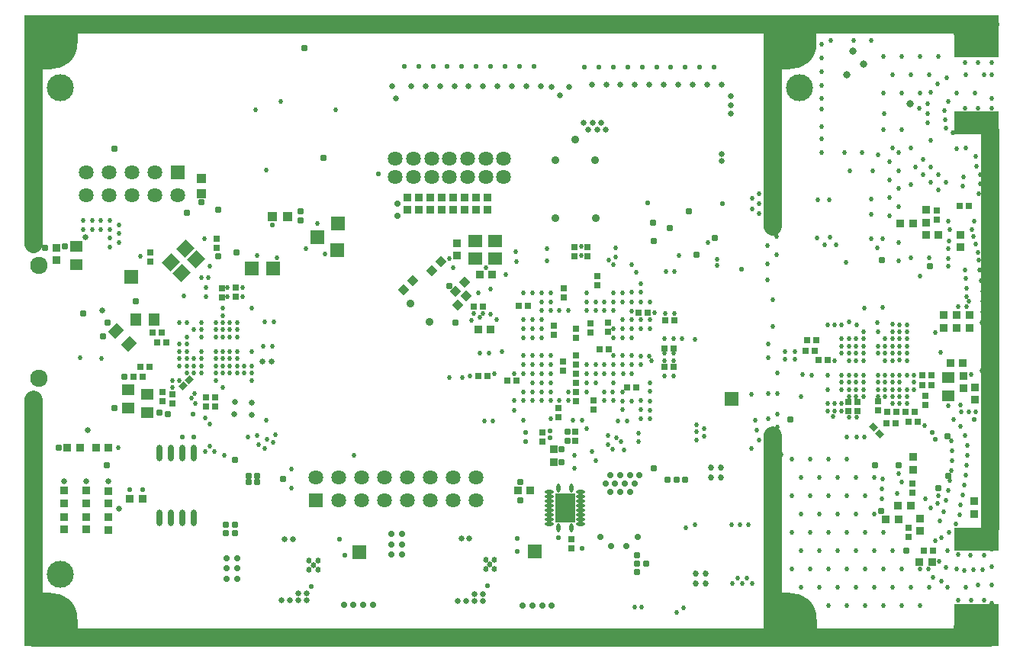
<source format=gbs>
G04 Layer_Color=16711935*
%FSAX44Y44*%
%MOMM*%
G71*
G01*
G75*
%ADD119C,0.7366*%
%ADD147C,2.0000*%
%ADD149C,3.0000*%
%ADD150R,0.8890X0.8890*%
%ADD156R,1.3970X1.1430*%
%ADD157R,0.8890X0.8890*%
%ADD161R,0.6350X0.7620*%
%ADD163R,0.7620X0.6350*%
%ADD191P,1.2572X4X270.0*%
G04:AMPARAMS|DCode=198|XSize=0.762mm|YSize=0.635mm|CornerRadius=0mm|HoleSize=0mm|Usage=FLASHONLY|Rotation=135.000|XOffset=0mm|YOffset=0mm|HoleType=Round|Shape=Rectangle|*
%AMROTATEDRECTD198*
4,1,4,0.4939,-0.0449,0.0449,-0.4939,-0.4939,0.0449,-0.0449,0.4939,0.4939,-0.0449,0.0*
%
%ADD198ROTATEDRECTD198*%

%ADD211R,1.6270X1.6270*%
%ADD218R,4.9530X2.5400*%
%ADD219C,0.1270*%
%ADD220R,1.6270X1.6270*%
%ADD221C,1.6270*%
%ADD222C,1.9270*%
%ADD223C,5.8420*%
%ADD224R,1.0270X1.0770*%
%ADD225R,1.5270X1.3270*%
G04:AMPARAMS|DCode=226|XSize=1.143mm|YSize=1.397mm|CornerRadius=0mm|HoleSize=0mm|Usage=FLASHONLY|Rotation=315.000|XOffset=0mm|YOffset=0mm|HoleType=Round|Shape=Rectangle|*
%AMROTATEDRECTD226*
4,1,4,-0.8980,-0.0898,0.0898,0.8980,0.8980,0.0898,-0.0898,-0.8980,-0.8980,-0.0898,0.0*
%
%ADD226ROTATEDRECTD226*%

%ADD227R,1.1430X1.3970*%
G04:AMPARAMS|DCode=228|XSize=0.762mm|YSize=0.635mm|CornerRadius=0mm|HoleSize=0mm|Usage=FLASHONLY|Rotation=225.000|XOffset=0mm|YOffset=0mm|HoleType=Round|Shape=Rectangle|*
%AMROTATEDRECTD228*
4,1,4,0.0449,0.4939,0.4939,0.0449,-0.0449,-0.4939,-0.4939,-0.0449,0.0449,0.4939,0.0*
%
%ADD228ROTATEDRECTD228*%

G04:AMPARAMS|DCode=229|XSize=1.327mm|YSize=1.527mm|CornerRadius=0mm|HoleSize=0mm|Usage=FLASHONLY|Rotation=135.000|XOffset=0mm|YOffset=0mm|HoleType=Round|Shape=Rectangle|*
%AMROTATEDRECTD229*
4,1,4,1.0090,0.0707,-0.0707,-1.0090,-1.0090,-0.0707,0.0707,1.0090,1.0090,0.0707,0.0*
%
%ADD229ROTATEDRECTD229*%

%ADD230R,1.0770X1.0270*%
%ADD231R,2.1770X3.1770*%
%ADD232O,0.9770X0.4270*%
%ADD233O,0.4270X0.9770*%
%ADD234O,0.7270X1.8270*%
%ADD235C,0.5271*%
%ADD236C,0.7874*%
%ADD237C,0.6350*%
%ADD238C,0.5842*%
%ADD239C,0.8382*%
%ADD240C,0.6270*%
%ADD241C,0.5334*%
%ADD242C,0.8890*%
%ADD243C,0.6858*%
G36*
X01591223Y01710648D02*
X01541473D01*
Y01732148D01*
X01591223D01*
Y01710648D01*
D02*
G37*
G36*
X01389223Y01702148D02*
X01359723Y01672648D01*
X01330473D01*
Y01732148D01*
X01389223D01*
Y01702148D01*
D02*
G37*
G36*
X00569473D02*
X00539973Y01672648D01*
X00509973D01*
Y01732148D01*
X00569473D01*
Y01702148D01*
D02*
G37*
G36*
X01591223Y01032148D02*
X01541473D01*
Y01055398D01*
X01591223D01*
Y01032148D01*
D02*
G37*
G36*
X01389473Y01062148D02*
Y01032148D01*
X01330723D01*
Y01091648D01*
X01359973D01*
X01389473Y01062148D01*
D02*
G37*
G36*
X00569473D02*
Y01032148D01*
X00509973D01*
Y01091648D01*
X00539973D01*
X00569473Y01062148D01*
D02*
G37*
D119*
X01149604Y01153580D02*
D03*
X01191006D02*
D03*
X01177925Y01143547D02*
D03*
X01161415D02*
D03*
X00746125Y01129831D02*
D03*
X00734441D02*
D03*
Y01118465D02*
D03*
X00746125D02*
D03*
X00745871Y01107098D02*
D03*
X00734441D02*
D03*
X00917321Y01133768D02*
D03*
X00928751D02*
D03*
X00929005Y01145135D02*
D03*
X00917321D02*
D03*
Y01156501D02*
D03*
X00929005D02*
D03*
X01160187Y01221652D02*
D03*
X01181862D02*
D03*
X01171025D02*
D03*
X01165648Y01212762D02*
D03*
X01187323D02*
D03*
X01176486D02*
D03*
X01154811D02*
D03*
X01160187Y01203491D02*
D03*
X01181862D02*
D03*
X01171025D02*
D03*
X01062842Y01077380D02*
D03*
X01084516D02*
D03*
X01095354D02*
D03*
X01073679D02*
D03*
X00875326Y01077761D02*
D03*
X00897001D02*
D03*
X00886163D02*
D03*
X00864489D02*
D03*
X00924306Y01509688D02*
D03*
Y01523150D02*
D03*
X01192723Y01221648D02*
D03*
D147*
X01581573Y01162648D02*
Y01604398D01*
X01340606Y01497898D02*
Y01722148D01*
Y01042148D02*
Y01266398D01*
X01340739Y01722265D02*
X01581785D01*
X00519973D02*
X01340739D01*
X00519973Y01478898D02*
Y01722265D01*
Y01042074D02*
X01581223D01*
X00519973D02*
Y01305898D01*
D149*
X01369973Y01652148D02*
D03*
X00549973Y01112148D02*
D03*
Y01652148D02*
D03*
D150*
X01510411Y01489114D02*
D03*
X01524381D02*
D03*
X01482090Y01501687D02*
D03*
X01496060D02*
D03*
X01517523Y01125513D02*
D03*
X01503553D02*
D03*
X01493622Y01188390D02*
D03*
X01479652D02*
D03*
X01466139Y01172892D02*
D03*
X01480109D02*
D03*
X01551500Y01346500D02*
D03*
X01537530D02*
D03*
X00571500Y01252220D02*
D03*
X00557530D02*
D03*
X00603250D02*
D03*
X00589280D02*
D03*
X01027600Y01384050D02*
D03*
X01013630D02*
D03*
X01015294Y01444853D02*
D03*
X01029264D02*
D03*
X01071693Y01204648D02*
D03*
X01057723D02*
D03*
X00627253Y01195648D02*
D03*
X00641223D02*
D03*
D156*
X01535750Y01330030D02*
D03*
Y01309710D02*
D03*
X00567180Y01455560D02*
D03*
Y01475880D02*
D03*
X00646684Y01311656D02*
D03*
Y01291336D02*
D03*
X00624840Y01316990D02*
D03*
Y01296670D02*
D03*
D157*
X01504188Y01173900D02*
D03*
Y01159930D02*
D03*
X01496695Y01242099D02*
D03*
Y01228129D02*
D03*
X01564005Y01193204D02*
D03*
Y01179234D02*
D03*
X00947801Y01516292D02*
D03*
Y01530262D02*
D03*
X00935101Y01516292D02*
D03*
Y01530262D02*
D03*
X01510538Y01502449D02*
D03*
Y01516419D02*
D03*
X01549273Y01474763D02*
D03*
Y01488733D02*
D03*
X01558750Y01385500D02*
D03*
Y01399470D02*
D03*
X01544750Y01385500D02*
D03*
Y01399470D02*
D03*
X01530500Y01385500D02*
D03*
Y01399470D02*
D03*
X01564973Y01319648D02*
D03*
Y01305678D02*
D03*
X01552250Y01332250D02*
D03*
Y01318280D02*
D03*
X00990132Y01479599D02*
D03*
X00990132Y01465629D02*
D03*
X00554176Y01161506D02*
D03*
Y01175476D02*
D03*
X00578696Y01190716D02*
D03*
Y01204686D02*
D03*
X00603466Y01190466D02*
D03*
Y01204436D02*
D03*
X00554176Y01190716D02*
D03*
Y01204686D02*
D03*
X00578696Y01161506D02*
D03*
Y01175476D02*
D03*
X00545180Y01474340D02*
D03*
Y01460370D02*
D03*
X00603466Y01161256D02*
D03*
Y01175226D02*
D03*
X01011301Y01516292D02*
D03*
Y01530262D02*
D03*
X00985901Y01516292D02*
D03*
Y01530262D02*
D03*
X00960501Y01516292D02*
D03*
Y01530262D02*
D03*
X00973201Y01516292D02*
D03*
Y01530262D02*
D03*
X00998601Y01516292D02*
D03*
Y01530262D02*
D03*
X01024001Y01516292D02*
D03*
Y01530262D02*
D03*
X01097382Y01250549D02*
D03*
Y01236579D02*
D03*
D161*
X01107992Y01338128D02*
D03*
Y01348288D02*
D03*
X01522832Y01515567D02*
D03*
Y01505407D02*
D03*
X01491234Y01163867D02*
D03*
Y01153707D02*
D03*
X01495806Y01213016D02*
D03*
Y01202856D02*
D03*
X01457070Y01303716D02*
D03*
Y01293556D02*
D03*
X01434732Y01302933D02*
D03*
Y01292773D02*
D03*
X01424216Y01302933D02*
D03*
Y01292773D02*
D03*
X01102412Y01286379D02*
D03*
Y01296539D02*
D03*
X01141500Y01295090D02*
D03*
Y01305250D02*
D03*
X01145912Y01442949D02*
D03*
Y01432789D02*
D03*
X01157892Y01380752D02*
D03*
Y01390912D02*
D03*
X01137842Y01380648D02*
D03*
Y01390808D02*
D03*
X01108900Y01429711D02*
D03*
Y01419551D02*
D03*
X01097992Y01378128D02*
D03*
Y01388288D02*
D03*
X00674370Y01311910D02*
D03*
Y01301750D02*
D03*
X00711200Y01308608D02*
D03*
Y01298448D02*
D03*
X00721360Y01308608D02*
D03*
Y01298448D02*
D03*
X00744220Y01419860D02*
D03*
Y01430020D02*
D03*
X00728980Y01419606D02*
D03*
Y01429766D02*
D03*
X00649732Y01458976D02*
D03*
Y01469136D02*
D03*
X00723392Y01473962D02*
D03*
Y01484122D02*
D03*
X00662940Y01314450D02*
D03*
Y01304290D02*
D03*
X01122281Y01345010D02*
D03*
Y01355170D02*
D03*
Y01324510D02*
D03*
Y01334670D02*
D03*
Y01303760D02*
D03*
Y01313920D02*
D03*
Y01374760D02*
D03*
Y01384920D02*
D03*
X01121432Y01259739D02*
D03*
Y01269899D02*
D03*
X01084582Y01259439D02*
D03*
Y01269599D02*
D03*
X01120700Y01475310D02*
D03*
Y01465150D02*
D03*
X01135050Y01475310D02*
D03*
Y01465150D02*
D03*
X01509716Y01299933D02*
D03*
X01509716Y01310093D02*
D03*
X01117473Y01140648D02*
D03*
Y01150808D02*
D03*
D163*
X01557782Y01520991D02*
D03*
X01547622D02*
D03*
X01507840Y01138000D02*
D03*
X01518000D02*
D03*
X01189071Y01319539D02*
D03*
X01178911D02*
D03*
X01488216Y01292683D02*
D03*
X01498376D02*
D03*
X01476494Y01279536D02*
D03*
X01466334D02*
D03*
X01477466Y01292683D02*
D03*
X01467306D02*
D03*
X01506716Y01322183D02*
D03*
X01516876D02*
D03*
X01386965Y01360358D02*
D03*
X01376806D02*
D03*
X01491216Y01280933D02*
D03*
X01501376D02*
D03*
X01388616Y01372169D02*
D03*
X01378457D02*
D03*
X01202072Y01402039D02*
D03*
X01191912D02*
D03*
X01008790Y01408950D02*
D03*
X01018950D02*
D03*
X00662430Y01380090D02*
D03*
X00652270D02*
D03*
X00667430Y01369090D02*
D03*
X00657270D02*
D03*
X00648970Y01342390D02*
D03*
X00638810D02*
D03*
X00641350Y01330960D02*
D03*
X00631190D02*
D03*
X01158822Y01361789D02*
D03*
X01148662D02*
D03*
X01045752Y01326789D02*
D03*
X01055912D02*
D03*
X01058752Y01409539D02*
D03*
X01068912D02*
D03*
X01013990Y01332000D02*
D03*
X01024150D02*
D03*
X01230360Y01362700D02*
D03*
X01220200D02*
D03*
X01230560Y01342200D02*
D03*
X01220400D02*
D03*
X01231042Y01393999D02*
D03*
X01220882D02*
D03*
X01516716Y01333183D02*
D03*
X01506556Y01333183D02*
D03*
X01401443Y01350071D02*
D03*
X01391284D02*
D03*
D191*
X00930922Y01428122D02*
D03*
X00940800Y01438000D02*
D03*
X00962350Y01449000D02*
D03*
X00972228Y01458878D02*
D03*
X00990742Y01411066D02*
D03*
X01000620Y01420944D02*
D03*
X00988688Y01426058D02*
D03*
X00998566Y01435936D02*
D03*
D198*
X01459174Y01267957D02*
D03*
X01451989Y01275141D02*
D03*
D211*
X01076515Y01137705D02*
D03*
X00881316Y01136308D02*
D03*
X00857500Y01471450D02*
D03*
X00835350Y01486350D02*
D03*
X00857650Y01501100D02*
D03*
X00786250Y01451750D02*
D03*
X00762500D02*
D03*
X00628904Y01442212D02*
D03*
D218*
X01566483Y01065943D02*
D03*
Y01151017D02*
D03*
Y01613185D02*
D03*
Y01698260D02*
D03*
D219*
X01308151Y01689391D02*
D03*
X00906831Y01689604D02*
D03*
D220*
X01294892Y01306742D02*
D03*
X00833628Y01193800D02*
D03*
X00679958Y01558544D02*
D03*
D221*
X00833628Y01219200D02*
D03*
X00859028Y01193800D02*
D03*
Y01219200D02*
D03*
X00884428Y01193800D02*
D03*
Y01219200D02*
D03*
X00909828Y01193800D02*
D03*
Y01219200D02*
D03*
X00935228Y01193800D02*
D03*
Y01219200D02*
D03*
X00960628Y01193800D02*
D03*
Y01219200D02*
D03*
X00986028Y01193800D02*
D03*
Y01219200D02*
D03*
X01011428Y01193800D02*
D03*
Y01219200D02*
D03*
X00578358Y01533144D02*
D03*
Y01558544D02*
D03*
X00603758Y01533144D02*
D03*
Y01558544D02*
D03*
X00629158Y01533144D02*
D03*
Y01558544D02*
D03*
X00654558Y01533144D02*
D03*
Y01558544D02*
D03*
X00679958Y01533144D02*
D03*
X00921871Y01553464D02*
D03*
Y01573464D02*
D03*
X00941871Y01553464D02*
D03*
X00941871Y01573464D02*
D03*
X00961871Y01553464D02*
D03*
X00961871Y01573464D02*
D03*
X00981871Y01553464D02*
D03*
Y01573464D02*
D03*
X01001871Y01553464D02*
D03*
Y01573464D02*
D03*
X01021871Y01553464D02*
D03*
Y01573464D02*
D03*
X01041871Y01553464D02*
D03*
Y01573464D02*
D03*
D222*
X00526208Y01455024D02*
D03*
Y01329524D02*
D03*
D223*
X01359973Y01062148D02*
D03*
X00539973Y01702148D02*
D03*
Y01062148D02*
D03*
X01359973Y01702148D02*
D03*
D224*
X00706120Y01534800D02*
D03*
Y01551300D02*
D03*
D225*
X01010612Y01481840D02*
D03*
X01032612Y01481840D02*
D03*
Y01462839D02*
D03*
X01010612Y01462839D02*
D03*
D226*
X00626002Y01367768D02*
D03*
X00611634Y01382136D02*
D03*
D227*
X00653710Y01394590D02*
D03*
X00633390D02*
D03*
D228*
X00692930Y01328148D02*
D03*
X00685746Y01320964D02*
D03*
D229*
X00684805Y01446131D02*
D03*
X00700361Y01461687D02*
D03*
X00672784Y01458152D02*
D03*
X00688340Y01473708D02*
D03*
D230*
X00785223Y01508648D02*
D03*
X00801723D02*
D03*
D231*
X01109973Y01185648D02*
D03*
D232*
X01092723Y01203148D02*
D03*
Y01198148D02*
D03*
Y01193148D02*
D03*
Y01188148D02*
D03*
X01127223D02*
D03*
Y01193148D02*
D03*
Y01198148D02*
D03*
Y01203148D02*
D03*
X01092723Y01168148D02*
D03*
Y01173148D02*
D03*
Y01178148D02*
D03*
Y01183148D02*
D03*
X01127223Y01168148D02*
D03*
Y01173148D02*
D03*
Y01178148D02*
D03*
Y01183148D02*
D03*
D233*
X01102465Y01163398D02*
D03*
X01117465D02*
D03*
X01117467Y01207898D02*
D03*
X01102467D02*
D03*
D234*
X00660173Y01246398D02*
D03*
X00672873D02*
D03*
X00685573D02*
D03*
X00698273D02*
D03*
X00660173Y01174898D02*
D03*
X00672873D02*
D03*
X00685573D02*
D03*
X00698273D02*
D03*
D235*
X01544320Y01117600D02*
D03*
X01554480Y01097280D02*
D03*
X01524000Y01198880D02*
D03*
X01534160Y01137920D02*
D03*
Y01097280D02*
D03*
X01503680Y01117600D02*
D03*
X01513840Y01097280D02*
D03*
X01503680Y01076960D02*
D03*
X01483360Y01117600D02*
D03*
X01493520Y01097280D02*
D03*
X01483360Y01076960D02*
D03*
X01463040Y01158240D02*
D03*
X01473200Y01137920D02*
D03*
X01463040Y01117600D02*
D03*
X01473200Y01097280D02*
D03*
X01463040Y01076960D02*
D03*
X01452880Y01219200D02*
D03*
X01442720Y01198880D02*
D03*
X01452880Y01178560D02*
D03*
X01442720Y01158240D02*
D03*
X01452880Y01137920D02*
D03*
X01442720Y01117600D02*
D03*
X01452880Y01097280D02*
D03*
X01442720Y01076960D02*
D03*
X01422400Y01239520D02*
D03*
X01432560Y01219200D02*
D03*
X01422400Y01198880D02*
D03*
X01432560Y01178560D02*
D03*
X01422400Y01158240D02*
D03*
X01432560Y01137920D02*
D03*
X01422400Y01117600D02*
D03*
X01432560Y01097280D02*
D03*
X01422400Y01076960D02*
D03*
X01402080Y01239520D02*
D03*
X01412240Y01219200D02*
D03*
X01402080Y01198880D02*
D03*
X01412240Y01178560D02*
D03*
X01402080Y01158240D02*
D03*
X01412240Y01137920D02*
D03*
X01402080Y01117600D02*
D03*
X01412240Y01097280D02*
D03*
X01402080Y01076960D02*
D03*
X01381760Y01239520D02*
D03*
X01391920Y01219200D02*
D03*
X01381760Y01198880D02*
D03*
X01391920Y01178560D02*
D03*
X01381760Y01158240D02*
D03*
X01391920Y01137920D02*
D03*
X01381760Y01117600D02*
D03*
X01391920Y01097280D02*
D03*
X01361440Y01239520D02*
D03*
X01371600Y01219200D02*
D03*
X01361440Y01198880D02*
D03*
X01371600Y01178560D02*
D03*
X01361440Y01158240D02*
D03*
X01371600Y01137920D02*
D03*
X01361440Y01117600D02*
D03*
X01371600Y01097280D02*
D03*
X01545946Y01133546D02*
D03*
X01560196Y01133296D02*
D03*
X01560696Y01082796D02*
D03*
X01546196Y01083046D02*
D03*
X01575196Y01082796D02*
D03*
X01575223Y01133398D02*
D03*
X01524223Y01555369D02*
D03*
X01558244Y01414770D02*
D03*
X01572834Y01391549D02*
D03*
X01573756Y01403133D02*
D03*
Y01414754D02*
D03*
X01573144Y01426358D02*
D03*
X01572042Y01437926D02*
D03*
X01570335Y01449420D02*
D03*
X01569311Y01460996D02*
D03*
X01513208Y01117695D02*
D03*
X01518324Y01108697D02*
D03*
X01527597Y01104099D02*
D03*
X01568513Y01099707D02*
D03*
X01573593Y01117283D02*
D03*
X01563248Y01116954D02*
D03*
X01552908Y01116489D02*
D03*
X01532876Y01119956D02*
D03*
X01525013Y01126686D02*
D03*
X01574800Y01666240D02*
D03*
X01564640Y01645920D02*
D03*
X01574800Y01584960D02*
D03*
Y01503680D02*
D03*
Y01463040D02*
D03*
X01554480Y01666240D02*
D03*
X01544320Y01645920D02*
D03*
X01554480Y01584960D02*
D03*
X01524000Y01686560D02*
D03*
X01503680D02*
D03*
X01513840Y01666240D02*
D03*
X01503680Y01645920D02*
D03*
X01513840Y01463040D02*
D03*
X01503680Y01442720D02*
D03*
X01483360Y01686560D02*
D03*
X01493520Y01666240D02*
D03*
X01483360Y01645920D02*
D03*
Y01605280D02*
D03*
X01493520Y01584960D02*
D03*
Y01544320D02*
D03*
Y01463040D02*
D03*
X01463040Y01686560D02*
D03*
X01473200Y01666240D02*
D03*
X01463040Y01645920D02*
D03*
Y01605280D02*
D03*
X01473200Y01584960D02*
D03*
X01579723Y01716898D02*
D03*
X01564723Y01723648D02*
D03*
X01544723D02*
D03*
X01524723D02*
D03*
X01504723D02*
D03*
X01484723D02*
D03*
X01464723D02*
D03*
X01444723D02*
D03*
X01424723D02*
D03*
X01404723D02*
D03*
X01384723D02*
D03*
X01340473Y01416648D02*
D03*
X01344473Y01466648D02*
D03*
X01334973Y01456648D02*
D03*
Y01439148D02*
D03*
Y01476648D02*
D03*
Y01496648D02*
D03*
Y01516648D02*
D03*
Y01536648D02*
D03*
Y01556648D02*
D03*
Y01576648D02*
D03*
Y01596648D02*
D03*
Y01616648D02*
D03*
Y01636648D02*
D03*
Y01656648D02*
D03*
X01344473Y01666648D02*
D03*
Y01646648D02*
D03*
Y01626648D02*
D03*
Y01606648D02*
D03*
Y01586648D02*
D03*
Y01566648D02*
D03*
Y01546648D02*
D03*
Y01526648D02*
D03*
Y01506648D02*
D03*
Y01486648D02*
D03*
X01335473Y01110898D02*
D03*
Y01130898D02*
D03*
Y01150898D02*
D03*
X01344973Y01140898D02*
D03*
Y01120898D02*
D03*
Y01100898D02*
D03*
Y01160898D02*
D03*
Y01180898D02*
D03*
Y01200898D02*
D03*
Y01220898D02*
D03*
Y01240898D02*
D03*
X01335473Y01250898D02*
D03*
Y01230898D02*
D03*
Y01210898D02*
D03*
Y01190898D02*
D03*
Y01170898D02*
D03*
X00524723Y01487148D02*
D03*
Y01507148D02*
D03*
Y01527148D02*
D03*
Y01547148D02*
D03*
Y01567148D02*
D03*
Y01587148D02*
D03*
Y01607148D02*
D03*
Y01627148D02*
D03*
Y01647148D02*
D03*
Y01667148D02*
D03*
X00515223Y01677148D02*
D03*
Y01657148D02*
D03*
Y01637148D02*
D03*
Y01617148D02*
D03*
Y01597148D02*
D03*
Y01577148D02*
D03*
Y01557148D02*
D03*
Y01537148D02*
D03*
Y01517148D02*
D03*
Y01497148D02*
D03*
Y01477148D02*
D03*
X00515973Y01086398D02*
D03*
Y01106398D02*
D03*
Y01126398D02*
D03*
Y01146398D02*
D03*
Y01166398D02*
D03*
Y01186398D02*
D03*
Y01206398D02*
D03*
Y01226398D02*
D03*
Y01246398D02*
D03*
Y01266398D02*
D03*
Y01286398D02*
D03*
Y01306398D02*
D03*
X00525473Y01296398D02*
D03*
Y01276398D02*
D03*
Y01256398D02*
D03*
Y01236398D02*
D03*
Y01216398D02*
D03*
Y01196398D02*
D03*
Y01176398D02*
D03*
Y01156398D02*
D03*
Y01136398D02*
D03*
Y01116398D02*
D03*
Y01096398D02*
D03*
X00570473Y01726148D02*
D03*
X00590473D02*
D03*
X00610473D02*
D03*
X00630473D02*
D03*
X00650473D02*
D03*
X00670473D02*
D03*
X00690473D02*
D03*
X00710473D02*
D03*
X00730473D02*
D03*
X00750473D02*
D03*
X00770473D02*
D03*
X00790473D02*
D03*
X00810473D02*
D03*
X00830473D02*
D03*
X00850473D02*
D03*
X00870473D02*
D03*
X00890473D02*
D03*
X00910473D02*
D03*
X00930473D02*
D03*
X00950473D02*
D03*
X00970473D02*
D03*
X00990473D02*
D03*
X01010473D02*
D03*
X01030473D02*
D03*
X01050473D02*
D03*
X01070473D02*
D03*
X01090473D02*
D03*
X01110473D02*
D03*
X01130473D02*
D03*
X01150473D02*
D03*
X01170473D02*
D03*
X01190473D02*
D03*
X01210473D02*
D03*
X01230473D02*
D03*
X01250473D02*
D03*
X01270473D02*
D03*
X01290473D02*
D03*
X01310473D02*
D03*
X01330473D02*
D03*
X01320473Y01716648D02*
D03*
X01300473D02*
D03*
X01280473D02*
D03*
X01260473D02*
D03*
X01240473D02*
D03*
X01220473D02*
D03*
X01200473D02*
D03*
X01180473D02*
D03*
X01160473D02*
D03*
X01140473D02*
D03*
X01120473D02*
D03*
X01100473D02*
D03*
X01080473D02*
D03*
X01060473D02*
D03*
X01040473D02*
D03*
X01020473D02*
D03*
X01000473D02*
D03*
X00980473D02*
D03*
X00960473D02*
D03*
X00940473D02*
D03*
X00920473D02*
D03*
X00900473D02*
D03*
X00880473D02*
D03*
X00860473D02*
D03*
X00840473D02*
D03*
X00820473D02*
D03*
X00800473D02*
D03*
X00780473D02*
D03*
X00760473D02*
D03*
X00740473D02*
D03*
X00720473D02*
D03*
X00700473D02*
D03*
X00680473D02*
D03*
X00660473D02*
D03*
X00640473D02*
D03*
X00620473D02*
D03*
X00600473D02*
D03*
X00580473D02*
D03*
X01314723Y01047148D02*
D03*
X01294723D02*
D03*
X01274723D02*
D03*
X01254723D02*
D03*
X01234723D02*
D03*
X01214723D02*
D03*
X01194723D02*
D03*
X01174723D02*
D03*
X01154723D02*
D03*
X01134723D02*
D03*
X01114723D02*
D03*
X01094723D02*
D03*
X01074723D02*
D03*
X01054723D02*
D03*
X01034723D02*
D03*
X01014723D02*
D03*
X00994723D02*
D03*
X00974723D02*
D03*
X00954723D02*
D03*
X00934723D02*
D03*
X00914723D02*
D03*
X00894723D02*
D03*
X00874723D02*
D03*
X00854723D02*
D03*
X00834723D02*
D03*
X00814723D02*
D03*
X00794723D02*
D03*
X00774723D02*
D03*
X00754723D02*
D03*
X00734723D02*
D03*
X00714723D02*
D03*
X00694723D02*
D03*
X00674723D02*
D03*
X00654723D02*
D03*
X00634723D02*
D03*
X00614723D02*
D03*
X00594723D02*
D03*
X00574723D02*
D03*
X00564723Y01037648D02*
D03*
X00584723D02*
D03*
X00604723D02*
D03*
X00624723D02*
D03*
X00644723D02*
D03*
X00664723D02*
D03*
X00684723D02*
D03*
X00704723D02*
D03*
X00724723D02*
D03*
X00744723D02*
D03*
X00764723D02*
D03*
X00784723D02*
D03*
X00804723D02*
D03*
X00824723D02*
D03*
X00844723D02*
D03*
X00864723D02*
D03*
X00884723D02*
D03*
X00904723D02*
D03*
X00924723D02*
D03*
X00944723D02*
D03*
X00964723D02*
D03*
X00984723D02*
D03*
X01004723D02*
D03*
X01024723D02*
D03*
X01044723D02*
D03*
X01064723D02*
D03*
X01084723D02*
D03*
X01104723D02*
D03*
X01124723D02*
D03*
X01144723D02*
D03*
X01164723D02*
D03*
X01184723D02*
D03*
X01204723D02*
D03*
X01224723D02*
D03*
X01244723D02*
D03*
X01264723D02*
D03*
X01284723D02*
D03*
X01304723D02*
D03*
X01324723D02*
D03*
X01384723Y01039398D02*
D03*
X01404723D02*
D03*
X01424723D02*
D03*
X01444723D02*
D03*
X01464723D02*
D03*
X01484723D02*
D03*
X01504723D02*
D03*
X01524723D02*
D03*
X01544723D02*
D03*
X01564723D02*
D03*
X01577723Y01045898D02*
D03*
X01533223Y01663148D02*
D03*
X01523473Y01656148D02*
D03*
X00778327Y01560426D02*
D03*
X01295908Y01102145D02*
D03*
X01523473Y01190398D02*
D03*
X01278730Y01461480D02*
D03*
X01175385Y01250354D02*
D03*
X01143901Y01237793D02*
D03*
X01162558Y01250481D02*
D03*
X01171956Y01259244D02*
D03*
X01167003Y01263689D02*
D03*
X01139698Y01248068D02*
D03*
X01395000Y01685000D02*
D03*
X00595702Y01351760D02*
D03*
X00981202Y01462444D02*
D03*
X01422146Y01458380D02*
D03*
X01064006Y01374560D02*
D03*
X00778510Y01283340D02*
D03*
X01063752Y01282612D02*
D03*
X00722122Y01327316D02*
D03*
X01129030Y01282612D02*
D03*
X01118870D02*
D03*
X01053846Y01334682D02*
D03*
X01194054Y01414438D02*
D03*
X01183900Y01334550D02*
D03*
X01168908Y01281850D02*
D03*
X01173988Y01294550D02*
D03*
X01203960Y01324522D02*
D03*
X01489202Y01333158D02*
D03*
X01401216Y01293183D02*
D03*
X01409216D02*
D03*
X01417216D02*
D03*
Y01317183D02*
D03*
X01321000Y01283000D02*
D03*
X01335250Y01285000D02*
D03*
X01345750Y01290000D02*
D03*
X01425216Y01333183D02*
D03*
Y01349183D02*
D03*
X01203960Y01304456D02*
D03*
Y01294042D02*
D03*
X01193800Y01284390D02*
D03*
Y01294550D02*
D03*
Y01304710D02*
D03*
X01473200Y01389292D02*
D03*
Y01381164D02*
D03*
X01481328D02*
D03*
X01457198D02*
D03*
X01183900Y01374551D02*
D03*
X01163900D02*
D03*
X01173900D02*
D03*
X01183900Y01394551D02*
D03*
X01457216Y01333183D02*
D03*
X01473216D02*
D03*
Y01325183D02*
D03*
X01451610Y01559814D02*
D03*
X01425956D02*
D03*
X01456436Y01474724D02*
D03*
X01462532Y01484376D02*
D03*
X01449578D02*
D03*
X01449832Y01511808D02*
D03*
Y01528826D02*
D03*
X01403604Y01528064D02*
D03*
X01390904D02*
D03*
X01411224Y01477518D02*
D03*
X01397762Y01477772D02*
D03*
X01389888Y01485646D02*
D03*
X01404366Y01486154D02*
D03*
X01317887Y01529207D02*
D03*
X01325519Y01534795D02*
D03*
Y01523619D02*
D03*
X01325392Y01512101D02*
D03*
X01318014Y01517689D02*
D03*
X01027400Y01428242D02*
D03*
X01073900Y01384551D02*
D03*
X01063900Y01354550D02*
D03*
Y01344550D02*
D03*
Y01334550D02*
D03*
X00806704Y01208024D02*
D03*
Y01228598D02*
D03*
X01583250Y01060000D02*
D03*
Y01080000D02*
D03*
Y01100000D02*
D03*
Y01120000D02*
D03*
Y01140000D02*
D03*
Y01160000D02*
D03*
Y01180000D02*
D03*
Y01200000D02*
D03*
Y01220000D02*
D03*
Y01240000D02*
D03*
Y01260000D02*
D03*
Y01280000D02*
D03*
Y01300000D02*
D03*
Y01320000D02*
D03*
Y01340000D02*
D03*
Y01360000D02*
D03*
Y01380000D02*
D03*
Y01400000D02*
D03*
Y01420000D02*
D03*
Y01440000D02*
D03*
Y01460000D02*
D03*
Y01480000D02*
D03*
Y01500000D02*
D03*
Y01520000D02*
D03*
Y01540000D02*
D03*
Y01560000D02*
D03*
Y01580000D02*
D03*
Y01640000D02*
D03*
X00757858Y01264270D02*
D03*
X00768289Y01266114D02*
D03*
X00786000Y01258000D02*
D03*
X00777000Y01252000D02*
D03*
X00779000Y01262000D02*
D03*
X00769730Y01256000D02*
D03*
X00876000Y01244000D02*
D03*
X00732000D02*
D03*
X01537437Y01494739D02*
D03*
X01561414Y01494765D02*
D03*
X01535059Y01504000D02*
D03*
X01564427D02*
D03*
X01520692Y01149121D02*
D03*
X01481216Y01309183D02*
D03*
X01489216Y01357183D02*
D03*
X01481216D02*
D03*
X01481187Y01349962D02*
D03*
X01489216Y01365183D02*
D03*
X01481216D02*
D03*
Y01373183D02*
D03*
X01489216D02*
D03*
X01489216Y01349183D02*
D03*
X01473216Y01365183D02*
D03*
Y01373183D02*
D03*
X01008799Y01401568D02*
D03*
X01015172Y01396939D02*
D03*
X01268750Y01480000D02*
D03*
X01183900Y01384551D02*
D03*
X01220582Y01373703D02*
D03*
X01236810Y01465571D02*
D03*
X01409216Y01389183D02*
D03*
X01442235Y01407602D02*
D03*
X01193800Y01434504D02*
D03*
X01163900Y01424551D02*
D03*
X01457216Y01357183D02*
D03*
X01457216Y01365183D02*
D03*
X01465216Y01373183D02*
D03*
X01465216Y01365183D02*
D03*
X01462428Y01408364D02*
D03*
X01489216Y01389183D02*
D03*
X01456466Y01391684D02*
D03*
X01524223Y01538398D02*
D03*
X01532708Y01546883D02*
D03*
X01515738Y01546883D02*
D03*
X01507252Y01555369D02*
D03*
X01515738Y01563854D02*
D03*
X01507252Y01572339D02*
D03*
X01498767Y01563854D02*
D03*
X01509000Y01277000D02*
D03*
X01073900Y01374551D02*
D03*
X01133900Y01324550D02*
D03*
X00698180Y01343340D02*
D03*
X01231042Y01401158D02*
D03*
X01173900Y01354550D02*
D03*
X01183900Y01303788D02*
D03*
Y01354550D02*
D03*
X01473216Y01357183D02*
D03*
X01365547Y01350788D02*
D03*
X01365191Y01359272D02*
D03*
X01457216Y01309183D02*
D03*
X01465216D02*
D03*
X01473216Y01301183D02*
D03*
X01417216Y01301183D02*
D03*
X01383629Y01333288D02*
D03*
X01401216Y01389183D02*
D03*
X01417216Y01365183D02*
D03*
X01120659Y01243953D02*
D03*
X01073900Y01394551D02*
D03*
X01063900D02*
D03*
Y01384551D02*
D03*
X01015372Y01357189D02*
D03*
X01031900Y01334350D02*
D03*
X01083900Y01394551D02*
D03*
X01033750Y01394950D02*
D03*
X01083900Y01374551D02*
D03*
X01073900Y01344550D02*
D03*
X01093900Y01354550D02*
D03*
X00981497Y01330685D02*
D03*
X00995951D02*
D03*
X01004850Y01332000D02*
D03*
X01203900Y01284550D02*
D03*
X01253871Y01372743D02*
D03*
X01240012Y01373662D02*
D03*
X01127690Y01475810D02*
D03*
X01127950Y01465650D02*
D03*
X01005800Y01393750D02*
D03*
X01093900Y01284550D02*
D03*
X01230742Y01373743D02*
D03*
X01220332Y01331899D02*
D03*
X01173846Y01314277D02*
D03*
X01083900Y01344550D02*
D03*
X01093900D02*
D03*
X01133900Y01314550D02*
D03*
X01153901D02*
D03*
X01134100Y01273800D02*
D03*
X01133900Y01334550D02*
D03*
Y01344550D02*
D03*
X01083900Y01384551D02*
D03*
X01073900Y01354550D02*
D03*
X01083900D02*
D03*
X01113850Y01304600D02*
D03*
X00722180Y01343340D02*
D03*
X00730180Y01335340D02*
D03*
X01093900Y01304550D02*
D03*
X01113900Y01314550D02*
D03*
X01103900Y01304550D02*
D03*
X01063900Y01314042D02*
D03*
X01073900Y01314550D02*
D03*
X01083900D02*
D03*
X01093900Y01324550D02*
D03*
Y01314550D02*
D03*
X00730180Y01359340D02*
D03*
X01073900Y01334550D02*
D03*
X01083900D02*
D03*
X00746180Y01391340D02*
D03*
X00722180Y01375340D02*
D03*
X00715930Y01254590D02*
D03*
X00710430Y01285090D02*
D03*
X00682180Y01391340D02*
D03*
X00706680Y01441340D02*
D03*
X00711708Y01430020D02*
D03*
X00713680Y01441340D02*
D03*
X00711708Y01419860D02*
D03*
X00572052Y01352070D02*
D03*
X00682180Y01343340D02*
D03*
X00690180D02*
D03*
X00730180D02*
D03*
X00706180Y01335340D02*
D03*
X00738180Y01343340D02*
D03*
X00730180Y01319340D02*
D03*
X00698180Y01335340D02*
D03*
X00690180D02*
D03*
Y01351340D02*
D03*
X00698180D02*
D03*
X00690180Y01367340D02*
D03*
X00682180D02*
D03*
Y01359340D02*
D03*
Y01351340D02*
D03*
X00674180Y01327340D02*
D03*
X00715772Y01453642D02*
D03*
X00735580Y01430020D02*
D03*
X00709676Y01484122D02*
D03*
X00638810Y01464818D02*
D03*
X00690180Y01375340D02*
D03*
X00686816Y01421130D02*
D03*
X00735580Y01419860D02*
D03*
X00752094Y01430020D02*
D03*
X00762180Y01327340D02*
D03*
X00722180Y01359340D02*
D03*
X00706180Y01359340D02*
D03*
X00690180D02*
D03*
X00682180Y01327340D02*
D03*
X00674180Y01319340D02*
D03*
X01043900Y01444551D02*
D03*
X01193900Y01425059D02*
D03*
X01203900Y01394551D02*
D03*
X01183900Y01404043D02*
D03*
X01163138Y01314550D02*
D03*
X01163900Y01414551D02*
D03*
X01153901D02*
D03*
X01173900Y01384551D02*
D03*
X01143901Y01414551D02*
D03*
X01153901Y01404551D02*
D03*
X01093900Y01334550D02*
D03*
X01143901D02*
D03*
X01153139Y01344804D02*
D03*
X01143901Y01344550D02*
D03*
X01055782Y01459399D02*
D03*
X01055624Y01470152D02*
D03*
X01089882Y01459749D02*
D03*
X01089712Y01473719D02*
D03*
X01166082Y01463799D02*
D03*
X01165822Y01473959D02*
D03*
X01230492Y01331909D02*
D03*
X01191332Y01268895D02*
D03*
X01191372Y01258989D02*
D03*
X01030082Y01281999D02*
D03*
X01027000Y01401000D02*
D03*
X01163900Y01304550D02*
D03*
X00722180Y01335340D02*
D03*
Y01351340D02*
D03*
X00706180Y01351340D02*
D03*
Y01343340D02*
D03*
X01113900Y01404551D02*
D03*
X01133900D02*
D03*
X01143901D02*
D03*
X01133646Y01424551D02*
D03*
X01401216Y01301183D02*
D03*
X01409216D02*
D03*
X01401216Y01317183D02*
D03*
X01489216Y01309183D02*
D03*
X01425216D02*
D03*
X01473216D02*
D03*
X01481216Y01317183D02*
D03*
X01433216D02*
D03*
X01417216Y01357183D02*
D03*
X01401216Y01333183D02*
D03*
X01489216Y01381183D02*
D03*
X01481216Y01389183D02*
D03*
X01489216Y01317183D02*
D03*
X01222375Y01447927D02*
D03*
X01433216Y01325183D02*
D03*
X01425216Y01317183D02*
D03*
Y01325183D02*
D03*
X01220882Y01401282D02*
D03*
X01473216Y01317183D02*
D03*
X01173900Y01424551D02*
D03*
X01465216Y01317183D02*
D03*
X01231392Y01447927D02*
D03*
X01163900Y01354550D02*
D03*
X01481216Y01333183D02*
D03*
X01183900Y01425059D02*
D03*
X01158122Y01256139D02*
D03*
X01158032Y01266299D02*
D03*
X01173900Y01303788D02*
D03*
X01153901Y01304550D02*
D03*
X01021982Y01451999D02*
D03*
X01063900Y01424551D02*
D03*
X01188847Y01447165D02*
D03*
X01163900Y01455350D02*
D03*
X01183894Y01456055D02*
D03*
X01183900Y01414551D02*
D03*
X01158900Y01460900D02*
D03*
X01278750Y01455250D02*
D03*
X01481216Y01325183D02*
D03*
X01013795Y01424066D02*
D03*
X00766739Y01627338D02*
D03*
X00855739D02*
D03*
X00575000Y01505000D02*
D03*
X00585000D02*
D03*
X00595000D02*
D03*
X00605000D02*
D03*
X00615000Y01500000D02*
D03*
X00605000Y01495000D02*
D03*
X00595000D02*
D03*
X00585000D02*
D03*
X00575000D02*
D03*
X00605000Y01485000D02*
D03*
X00615000Y01490000D02*
D03*
Y01480000D02*
D03*
X00605000Y01475000D02*
D03*
X01301242Y01107606D02*
D03*
X01312037Y01107733D02*
D03*
X01306576Y01102145D02*
D03*
X01317625D02*
D03*
X01423000Y01264000D02*
D03*
X01434000D02*
D03*
X01442000D02*
D03*
X01317000Y01252000D02*
D03*
X01325000Y01261000D02*
D03*
X01323000Y01272000D02*
D03*
X01317000Y01311984D02*
D03*
X01354000Y01359000D02*
D03*
Y01351000D02*
D03*
X01520750Y01380250D02*
D03*
X01526794Y01358206D02*
D03*
X01549000Y01300000D02*
D03*
X01535000Y01299000D02*
D03*
X01560500Y01334000D02*
D03*
X01573000Y01338000D02*
D03*
X01575000Y01330000D02*
D03*
X01577000Y01322000D02*
D03*
X01550000Y01292000D02*
D03*
X01558000D02*
D03*
X01566000D02*
D03*
X01464500Y01623000D02*
D03*
X00614220Y01252220D02*
D03*
X01256000Y01278000D02*
D03*
Y01270000D02*
D03*
Y01261000D02*
D03*
X01264016Y01274000D02*
D03*
Y01265000D02*
D03*
X01187288Y01075916D02*
D03*
X01195288D02*
D03*
X01241288Y01074916D02*
D03*
X01234288Y01069916D02*
D03*
X01313288Y01166916D02*
D03*
X01304288D02*
D03*
X01295288D02*
D03*
X01244288Y01163916D02*
D03*
X01254288Y01166916D02*
D03*
X00768180Y01466090D02*
D03*
X01335473Y01367282D02*
D03*
Y01352750D02*
D03*
X01345750Y01312234D02*
D03*
X01335473D02*
D03*
X01341000Y01386750D02*
D03*
X01480000Y01460000D02*
D03*
Y01480000D02*
D03*
X01470000Y01510000D02*
D03*
X01480000Y01520000D02*
D03*
X01470000Y01530000D02*
D03*
X01480000Y01540000D02*
D03*
X01470000Y01550000D02*
D03*
X01480000Y01560000D02*
D03*
X01470000Y01570000D02*
D03*
X01457223Y01577898D02*
D03*
X01440000Y01580000D02*
D03*
X01420000D02*
D03*
X01395000D02*
D03*
Y01595000D02*
D03*
Y01608750D02*
D03*
Y01628000D02*
D03*
Y01640000D02*
D03*
Y01655000D02*
D03*
Y01670000D02*
D03*
Y01700000D02*
D03*
X01405000Y01705000D02*
D03*
X01430000D02*
D03*
X01450000D02*
D03*
X01480000Y01580000D02*
D03*
X01345750Y01275000D02*
D03*
X01335473Y01260000D02*
D03*
X01350000Y01245000D02*
D03*
X01583250Y01680000D02*
D03*
X01555750Y01409192D02*
D03*
Y01420368D02*
D03*
Y01429766D02*
D03*
X01554988Y01440688D02*
D03*
X01553972Y01449578D02*
D03*
X01546723Y01409148D02*
D03*
X01549077Y01189012D02*
D03*
X01547690Y01177923D02*
D03*
X01543684Y01167489D02*
D03*
X01536581Y01158861D02*
D03*
X01527332Y01152587D02*
D03*
X01525745Y01171465D02*
D03*
X01530596Y01181533D02*
D03*
X01541138Y01284136D02*
D03*
X01548909Y01276104D02*
D03*
X01553956Y01266132D02*
D03*
X01556145Y01255173D02*
D03*
X01556239Y01243997D02*
D03*
X01555900Y01232826D02*
D03*
X01554898Y01221695D02*
D03*
X01553299Y01210634D02*
D03*
X01551248Y01199648D02*
D03*
X01532556Y01193944D02*
D03*
X01535355Y01204763D02*
D03*
X01537361Y01215758D02*
D03*
X01538804Y01226841D02*
D03*
X01539521Y01237993D02*
D03*
X01539713Y01249168D02*
D03*
X01538385Y01260265D02*
D03*
X01510287Y01195470D02*
D03*
X01515820Y01185760D02*
D03*
X01483851Y01214431D02*
D03*
X01479978Y01223886D02*
D03*
X01478415Y01201601D02*
D03*
X01461743Y01195428D02*
D03*
X01461989Y01206601D02*
D03*
X01462503Y01217765D02*
D03*
X01535684Y01454404D02*
D03*
Y01462786D02*
D03*
Y01473200D02*
D03*
X01535938Y01481836D02*
D03*
X01568196Y01469136D02*
D03*
X01566164Y01478534D02*
D03*
X01563116Y01486662D02*
D03*
X01552194Y01552956D02*
D03*
X01551178Y01542542D02*
D03*
X01566672Y01564640D02*
D03*
X01570736Y01556004D02*
D03*
X01570990Y01545844D02*
D03*
X01569466Y01534668D02*
D03*
X01532890Y01607566D02*
D03*
X01531620Y01616964D02*
D03*
X01530858Y01626616D02*
D03*
X01515723Y01646648D02*
D03*
X01512824Y01633982D02*
D03*
X01512570Y01623568D02*
D03*
Y01613408D02*
D03*
X01515618Y01594104D02*
D03*
X01565656Y01576324D02*
D03*
X01540002Y01602486D02*
D03*
X01544723Y01584148D02*
D03*
X01535684Y01637284D02*
D03*
X01503426Y01629410D02*
D03*
X01407216Y01286933D02*
D03*
X01193800Y01344588D02*
D03*
X01205992Y01349414D02*
D03*
X01194054Y01354494D02*
D03*
X01203706D02*
D03*
X01194054Y01384720D02*
D03*
Y01394626D02*
D03*
X01203960Y01384720D02*
D03*
Y01414438D02*
D03*
X01173988Y01394626D02*
D03*
X01209548Y01402246D02*
D03*
X01163900Y01404551D02*
D03*
X01173900Y01414551D02*
D03*
X01371891Y01309116D02*
D03*
X01019050Y01401568D02*
D03*
X00986100Y01452150D02*
D03*
X00835406Y01501052D02*
D03*
X00699008Y01312584D02*
D03*
X00822452Y01473620D02*
D03*
X00794157Y01637132D02*
D03*
X00695452Y01307250D02*
D03*
X00790448Y01463456D02*
D03*
X00699262Y01301662D02*
D03*
X01163900Y01384551D02*
D03*
X00738180Y01375340D02*
D03*
X00762181Y01407341D02*
D03*
X00738180Y01383340D02*
D03*
Y01391340D02*
D03*
X00730180Y01383340D02*
D03*
Y01375340D02*
D03*
X01083900Y01404551D02*
D03*
X01093900D02*
D03*
X01103900D02*
D03*
X01083900Y01414551D02*
D03*
X01093900Y01424551D02*
D03*
Y01414551D02*
D03*
X01084154Y01424551D02*
D03*
X00752094Y01419860D02*
D03*
X00729742Y01407072D02*
D03*
X00730250Y01399198D02*
D03*
X01020318Y01282358D02*
D03*
X01178814Y01281850D02*
D03*
X00722180Y01391340D02*
D03*
X00706180Y01391340D02*
D03*
X00776732Y01392174D02*
D03*
X00786892D02*
D03*
X00746180Y01335340D02*
D03*
X00738180Y01351340D02*
D03*
X00746180Y01375340D02*
D03*
X00738180Y01335340D02*
D03*
Y01359340D02*
D03*
X00746180Y01383340D02*
D03*
X00774700Y01365504D02*
D03*
X00784860D02*
D03*
X00746180Y01359340D02*
D03*
Y01343340D02*
D03*
X00762180Y01335340D02*
D03*
X00762508Y01343318D02*
D03*
X00754180Y01335340D02*
D03*
Y01343340D02*
D03*
X00762180Y01359340D02*
D03*
X00730180Y01351340D02*
D03*
X00746180D02*
D03*
X01025532Y01357149D02*
D03*
X01073900Y01324550D02*
D03*
X01083900D02*
D03*
X01489216Y01301183D02*
D03*
X01481216D02*
D03*
X01424940Y01286676D02*
D03*
X01433375Y01286493D02*
D03*
X01465216Y01325183D02*
D03*
X01465216Y01333183D02*
D03*
Y01357183D02*
D03*
Y01349183D02*
D03*
X01373468Y01333596D02*
D03*
X01441216Y01349183D02*
D03*
X01433216Y01349183D02*
D03*
X01409192Y01349414D02*
D03*
X01345750Y01335190D02*
D03*
X01457216Y01325183D02*
D03*
X01457216Y01317183D02*
D03*
X01441216D02*
D03*
X01433216Y01309183D02*
D03*
X01441216D02*
D03*
Y01325183D02*
D03*
X01433216Y01357183D02*
D03*
Y01365183D02*
D03*
X01433216Y01333183D02*
D03*
X01441216D02*
D03*
X01473216Y01349183D02*
D03*
X01230757Y01357122D02*
D03*
X01220216D02*
D03*
X01220470Y01349160D02*
D03*
X01230630D02*
D03*
X01441216Y01357183D02*
D03*
Y01365183D02*
D03*
X01425216Y01357183D02*
D03*
X01441216Y01381164D02*
D03*
X01425216Y01365183D02*
D03*
Y01373183D02*
D03*
X01417216Y01325183D02*
D03*
Y01333183D02*
D03*
Y01373183D02*
D03*
X01441216Y01373183D02*
D03*
X01040384Y01359320D02*
D03*
X01053900Y01294042D02*
D03*
Y01304550D02*
D03*
X01063900D02*
D03*
X01073900D02*
D03*
X01083900D02*
D03*
X01143901Y01324550D02*
D03*
X01073646Y01424551D02*
D03*
X01497216Y01333158D02*
D03*
X01497216Y01317183D02*
D03*
X01497216Y01325183D02*
D03*
X00722180Y01383340D02*
D03*
X00730180Y01391340D02*
D03*
X00706180Y01375340D02*
D03*
Y01383340D02*
D03*
X00690180Y01391340D02*
D03*
X00698180Y01383340D02*
D03*
X00788924Y01266610D02*
D03*
X01204214Y01315124D02*
D03*
X01163646Y01324296D02*
D03*
X01173900Y01344550D02*
D03*
X01183900D02*
D03*
X01133646Y01414551D02*
D03*
X01425090Y01392489D02*
D03*
X01163828Y01334428D02*
D03*
X01174408Y01334804D02*
D03*
X01153139D02*
D03*
X01163900Y01344550D02*
D03*
X01417216Y01389183D02*
D03*
X01433322Y01389038D02*
D03*
X01433216Y01373183D02*
D03*
X01120137Y01229983D02*
D03*
X01554973Y01715398D02*
D03*
X01583223Y01596148D02*
D03*
Y01629398D02*
D03*
X01554223Y01629648D02*
D03*
X01568723Y01629398D02*
D03*
X01568223Y01679898D02*
D03*
X01553973Y01680148D02*
D03*
X01583473Y01666898D02*
D03*
X00843744Y01467506D02*
D03*
X00720973Y01248398D02*
D03*
X00710723D02*
D03*
X00716026Y01278802D02*
D03*
D236*
X00690723Y01513148D02*
D03*
X01200150Y01123862D02*
D03*
X00733679Y01166915D02*
D03*
X00743839Y01157263D02*
D03*
X00601599Y01232828D02*
D03*
X00548386Y01252259D02*
D03*
X01461246Y01460754D02*
D03*
X00574802Y01401318D02*
D03*
X00706374Y01525270D02*
D03*
X00634000Y01415000D02*
D03*
X01190038Y01133416D02*
D03*
Y01123916D02*
D03*
Y01114416D02*
D03*
X01208500Y01229500D02*
D03*
X01243500Y01216500D02*
D03*
X01233750D02*
D03*
X01223750D02*
D03*
X00988150Y01391750D02*
D03*
X00981542Y01431812D02*
D03*
X01060156Y01194420D02*
D03*
X01060526Y01214740D02*
D03*
X01207729Y01501829D02*
D03*
X01208141Y01481509D02*
D03*
X01226350Y01495900D02*
D03*
X01247130Y01515200D02*
D03*
X01276650Y01485680D02*
D03*
X01112549Y01269899D02*
D03*
X01112989Y01259739D02*
D03*
X00733679Y01157517D02*
D03*
X00743839Y01167042D02*
D03*
X00596930Y01376090D02*
D03*
X00602680Y01391090D02*
D03*
X00816680Y01515090D02*
D03*
X00816770Y01504930D02*
D03*
X00725424Y01516834D02*
D03*
X00532930Y01474340D02*
D03*
X00554970Y01475880D02*
D03*
X00743646Y01239288D02*
D03*
X00759140Y01214142D02*
D03*
X00768538D02*
D03*
Y01221254D02*
D03*
X00759140D02*
D03*
X00796732Y01217698D02*
D03*
X00820739Y01695838D02*
D03*
X01106171Y01236579D02*
D03*
X01106249Y01250549D02*
D03*
X01256050Y01466850D02*
D03*
X00725000Y01465000D02*
D03*
X01514600Y01454000D02*
D03*
X00610330Y01296670D02*
D03*
X00659590Y01291590D02*
D03*
X00669000Y01290000D02*
D03*
X00609689Y01584288D02*
D03*
X00841689Y01574338D02*
D03*
X00621040Y01330960D02*
D03*
X01360170Y01284170D02*
D03*
X01479920Y01232920D02*
D03*
X01454080D02*
D03*
X01524006Y01208006D02*
D03*
X01534939Y01220939D02*
D03*
X01489000Y01138000D02*
D03*
X01534115Y01265115D02*
D03*
X00745500Y01468840D02*
D03*
X01461008Y01182116D02*
D03*
D237*
X00918223Y01653898D02*
D03*
X00922723Y01639898D02*
D03*
X01155695Y01655898D02*
D03*
X01171667D02*
D03*
X01187639D02*
D03*
X01203612D02*
D03*
X01219584D02*
D03*
X01235556D02*
D03*
X01251528D02*
D03*
X01267501D02*
D03*
X01283473D02*
D03*
X01139723D02*
D03*
X00939223Y01653898D02*
D03*
X01114223Y01652648D02*
D03*
X01104223Y01643398D02*
D03*
X01094973Y01652648D02*
D03*
X01082973Y01653898D02*
D03*
X01067001D02*
D03*
X01051028D02*
D03*
X01035056D02*
D03*
X01019084D02*
D03*
X01003112D02*
D03*
X00987140D02*
D03*
X00971167D02*
D03*
X00955195D02*
D03*
X01145473Y01605648D02*
D03*
X01155473Y01605648D02*
D03*
X01150473Y01613148D02*
D03*
X01140473D02*
D03*
X01130473D02*
D03*
X01293973Y01622898D02*
D03*
Y01632898D02*
D03*
Y01642898D02*
D03*
X01283462Y01571029D02*
D03*
Y01578649D02*
D03*
X00580517Y01272198D02*
D03*
X00554176Y01215100D02*
D03*
X01003871Y01152056D02*
D03*
X00994981D02*
D03*
X00799147Y01151167D02*
D03*
X00808037D02*
D03*
X00823277Y01090842D02*
D03*
Y01083222D02*
D03*
X00814387D02*
D03*
Y01090842D02*
D03*
X00804862Y01083222D02*
D03*
X00795337D02*
D03*
X00596138Y01404874D02*
D03*
X00578090Y01486500D02*
D03*
X00743712Y01303020D02*
D03*
X00762254Y01288796D02*
D03*
X00762000Y01302766D02*
D03*
X00742950Y01289558D02*
D03*
X00603466Y01214850D02*
D03*
X00578696Y01215100D02*
D03*
X00774446Y01348232D02*
D03*
X00784606D02*
D03*
X01135473Y01605148D02*
D03*
X00990673Y01082648D02*
D03*
X01000198D02*
D03*
X01009723Y01090268D02*
D03*
Y01082648D02*
D03*
X01018613D02*
D03*
Y01090268D02*
D03*
X00615223Y01184398D02*
D03*
D238*
X00931469Y01675626D02*
D03*
X01517142Y01269023D02*
D03*
X01284605Y01523277D02*
D03*
X01305814Y01451014D02*
D03*
X01056703Y01137578D02*
D03*
X01275512Y01675245D02*
D03*
X01259510D02*
D03*
X01243508D02*
D03*
X01227506D02*
D03*
X01211504D02*
D03*
X01195502D02*
D03*
X01179500D02*
D03*
X01163498D02*
D03*
X01147496D02*
D03*
X01131494D02*
D03*
X01075487Y01675626D02*
D03*
X01059485D02*
D03*
X01043483D02*
D03*
X01027481D02*
D03*
X01011479D02*
D03*
X00995477D02*
D03*
X00979475D02*
D03*
X00963473D02*
D03*
X00947471D02*
D03*
X01201420Y01524420D02*
D03*
X00865568Y01132879D02*
D03*
X01066042Y01259589D02*
D03*
X01066232Y01269749D02*
D03*
X00903223Y01556148D02*
D03*
X01520973Y01261398D02*
D03*
X01564005Y01284005D02*
D03*
X01093216Y01263562D02*
D03*
X01093150Y01271500D02*
D03*
X00785223Y01499398D02*
D03*
X01128973Y01140648D02*
D03*
X01102465Y01152640D02*
D03*
X00697473Y01289898D02*
D03*
X00685573Y01264048D02*
D03*
X00641193Y01206178D02*
D03*
X00627223Y01206148D02*
D03*
X00698223Y01264148D02*
D03*
D239*
X01429639Y01692822D02*
D03*
X01441196Y01677963D02*
D03*
X01422654Y01666914D02*
D03*
X01493000Y01634000D02*
D03*
D240*
X01031858Y01117973D02*
D03*
X01031858Y01127973D02*
D03*
X01021858Y01127973D02*
D03*
X01021858Y01117973D02*
D03*
X01026858Y01122973D02*
D03*
X00835897Y01116957D02*
D03*
X00835897Y01126957D02*
D03*
X00825897Y01126957D02*
D03*
X00825897Y01116957D02*
D03*
X00830897Y01121957D02*
D03*
D241*
X00828397Y01098502D02*
D03*
X00860107Y01151167D02*
D03*
X01024358Y01099438D02*
D03*
X01057338Y01151548D02*
D03*
D242*
X00938800Y01412500D02*
D03*
X00959500Y01392050D02*
D03*
X01099532Y01571268D02*
D03*
X01121349Y01594301D02*
D03*
X01099082Y01507268D02*
D03*
X01144532D02*
D03*
X01143668Y01571268D02*
D03*
D243*
X01265788Y01101916D02*
D03*
X01254788D02*
D03*
X01265788Y01112916D02*
D03*
X01254788D02*
D03*
X01283000Y01219500D02*
D03*
X01272000D02*
D03*
X01283000Y01230500D02*
D03*
X01272000D02*
D03*
M02*

</source>
